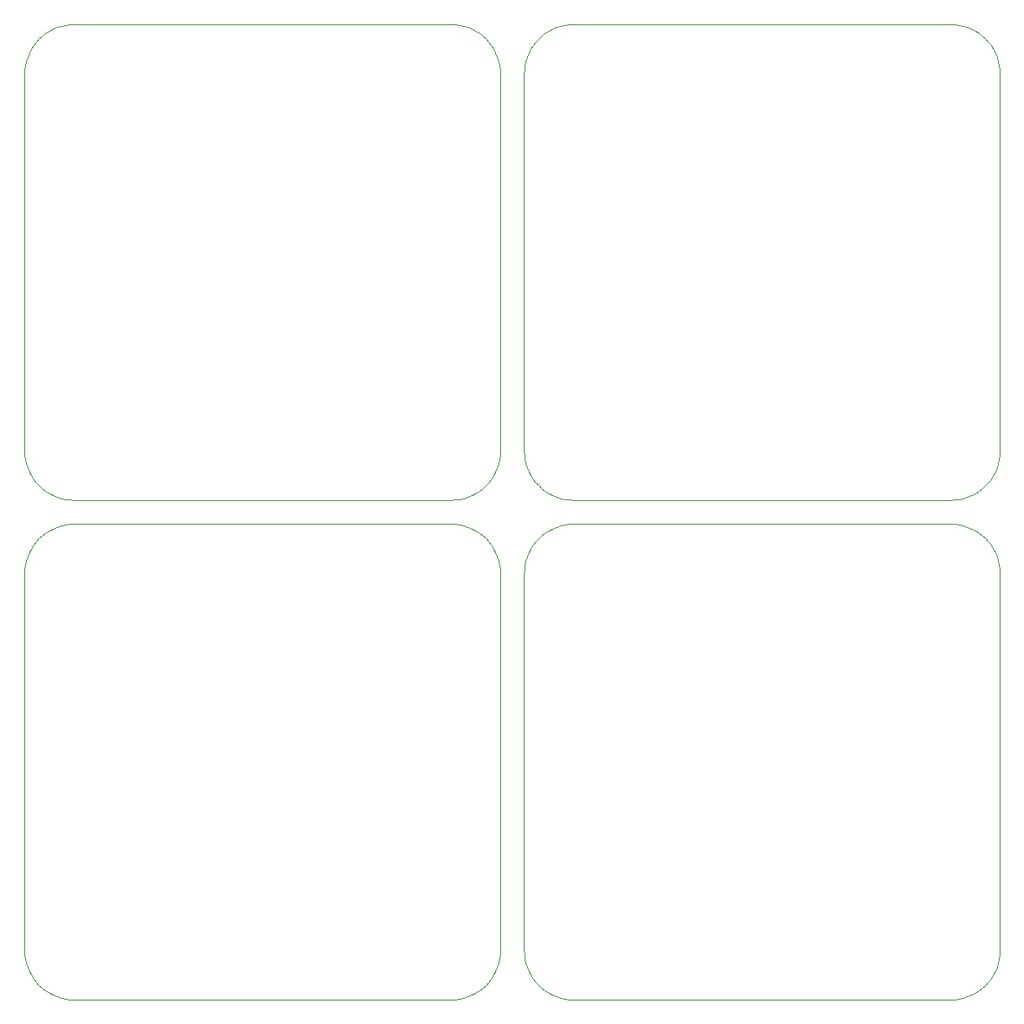
<source format=gko>
%MOIN*%
%OFA0B0*%
%FSLAX44Y44*%
%IPPOS*%
%LPD*%
%ADD10C,0*%
D10*
X00021811Y00019842D02*
X00021811Y00019842D01*
X00036771Y00019842D01*
X00036943Y00019850D01*
X00037113Y00019872D01*
X00037281Y00019909D01*
X00037444Y00019961D01*
X00037603Y00020026D01*
X00037755Y00020106D01*
X00037900Y00020198D01*
X00038036Y00020303D01*
X00038163Y00020419D01*
X00038279Y00020545D01*
X00038384Y00020681D01*
X00038476Y00020826D01*
X00038555Y00020979D01*
X00038621Y00021137D01*
X00038673Y00021301D01*
X00038710Y00021469D01*
X00038732Y00021639D01*
X00038740Y00021811D01*
X00038740Y00036771D01*
X00038732Y00036943D01*
X00038710Y00037113D01*
X00038673Y00037281D01*
X00038621Y00037444D01*
X00038555Y00037603D01*
X00038476Y00037755D01*
X00038384Y00037900D01*
X00038279Y00038036D01*
X00038163Y00038163D01*
X00038036Y00038279D01*
X00037900Y00038384D01*
X00037755Y00038476D01*
X00037603Y00038555D01*
X00037444Y00038621D01*
X00037281Y00038673D01*
X00037113Y00038710D01*
X00036943Y00038732D01*
X00036771Y00038740D01*
X00021811Y00038740D01*
X00021639Y00038732D01*
X00021469Y00038710D01*
X00021301Y00038673D01*
X00021137Y00038621D01*
X00020979Y00038555D01*
X00020826Y00038476D01*
X00020681Y00038384D01*
X00020545Y00038279D01*
X00020419Y00038163D01*
X00020303Y00038036D01*
X00020198Y00037900D01*
X00020106Y00037755D01*
X00020026Y00037603D01*
X00019961Y00037444D01*
X00019909Y00037281D01*
X00019872Y00037113D01*
X00019850Y00036943D01*
X00019842Y00036771D01*
X00019842Y00021811D01*
X00019850Y00021639D01*
X00019872Y00021469D01*
X00019909Y00021301D01*
X00019961Y00021137D01*
X00020026Y00020979D01*
X00020106Y00020826D01*
X00020198Y00020681D01*
X00020303Y00020545D01*
X00020419Y00020419D01*
X00020545Y00020303D01*
X00020681Y00020198D01*
X00020826Y00020106D01*
X00020979Y00020026D01*
X00021137Y00019961D01*
X00021301Y00019909D01*
X00021469Y00019872D01*
X00021639Y00019850D01*
X00021811Y00019842D01*
X00001968Y00019842D02*
X00001968Y00019842D01*
X00016929Y00019842D01*
X00017100Y00019850D01*
X00017270Y00019872D01*
X00017438Y00019909D01*
X00017602Y00019961D01*
X00017761Y00020026D01*
X00017913Y00020106D01*
X00018058Y00020198D01*
X00018194Y00020303D01*
X00018321Y00020419D01*
X00018437Y00020545D01*
X00018541Y00020681D01*
X00018633Y00020826D01*
X00018713Y00020979D01*
X00018778Y00021137D01*
X00018830Y00021301D01*
X00018867Y00021469D01*
X00018890Y00021639D01*
X00018897Y00021811D01*
X00018897Y00036771D01*
X00018890Y00036943D01*
X00018867Y00037113D01*
X00018830Y00037281D01*
X00018778Y00037444D01*
X00018713Y00037603D01*
X00018633Y00037755D01*
X00018541Y00037900D01*
X00018437Y00038036D01*
X00018321Y00038163D01*
X00018194Y00038279D01*
X00018058Y00038384D01*
X00017913Y00038476D01*
X00017761Y00038555D01*
X00017602Y00038621D01*
X00017438Y00038673D01*
X00017270Y00038710D01*
X00017100Y00038732D01*
X00016929Y00038740D01*
X00001968Y00038740D01*
X00001796Y00038732D01*
X00001626Y00038710D01*
X00001459Y00038673D01*
X00001295Y00038621D01*
X00001136Y00038555D01*
X00000984Y00038476D01*
X00000839Y00038384D01*
X00000703Y00038279D01*
X00000576Y00038163D01*
X00000460Y00038036D01*
X00000355Y00037900D01*
X00000263Y00037755D01*
X00000184Y00037603D01*
X00000118Y00037444D01*
X00000067Y00037281D01*
X00000029Y00037113D01*
X00000007Y00036943D01*
X00000000Y00036771D01*
X00000000Y00021811D01*
X00000007Y00021639D01*
X00000029Y00021469D01*
X00000067Y00021301D01*
X00000118Y00021137D01*
X00000184Y00020979D01*
X00000263Y00020826D01*
X00000355Y00020681D01*
X00000460Y00020545D01*
X00000576Y00020419D01*
X00000703Y00020303D01*
X00000839Y00020198D01*
X00000984Y00020106D01*
X00001136Y00020026D01*
X00001295Y00019961D01*
X00001459Y00019909D01*
X00001626Y00019872D01*
X00001796Y00019850D01*
X00001968Y00019842D01*
X00021811Y00000000D02*
X00021811Y00000000D01*
X00036771Y00000000D01*
X00036943Y00000007D01*
X00037113Y00000029D01*
X00037281Y00000067D01*
X00037444Y00000118D01*
X00037603Y00000184D01*
X00037755Y00000263D01*
X00037900Y00000356D01*
X00038036Y00000460D01*
X00038163Y00000576D01*
X00038279Y00000703D01*
X00038384Y00000839D01*
X00038476Y00000984D01*
X00038555Y00001136D01*
X00038621Y00001295D01*
X00038673Y00001459D01*
X00038710Y00001626D01*
X00038732Y00001796D01*
X00038740Y00001968D01*
X00038740Y00016929D01*
X00038732Y00017100D01*
X00038710Y00017270D01*
X00038673Y00017438D01*
X00038621Y00017602D01*
X00038555Y00017761D01*
X00038476Y00017913D01*
X00038384Y00018058D01*
X00038279Y00018194D01*
X00038163Y00018321D01*
X00038036Y00018437D01*
X00037900Y00018541D01*
X00037755Y00018633D01*
X00037603Y00018713D01*
X00037444Y00018778D01*
X00037281Y00018830D01*
X00037113Y00018867D01*
X00036943Y00018890D01*
X00036771Y00018897D01*
X00021811Y00018897D01*
X00021639Y00018890D01*
X00021469Y00018867D01*
X00021301Y00018830D01*
X00021137Y00018778D01*
X00020979Y00018713D01*
X00020826Y00018633D01*
X00020681Y00018541D01*
X00020545Y00018437D01*
X00020419Y00018321D01*
X00020303Y00018194D01*
X00020198Y00018058D01*
X00020106Y00017913D01*
X00020026Y00017761D01*
X00019961Y00017602D01*
X00019909Y00017438D01*
X00019872Y00017270D01*
X00019850Y00017100D01*
X00019842Y00016929D01*
X00019842Y00001968D01*
X00019850Y00001796D01*
X00019872Y00001626D01*
X00019909Y00001459D01*
X00019961Y00001295D01*
X00020026Y00001136D01*
X00020106Y00000984D01*
X00020198Y00000839D01*
X00020303Y00000703D01*
X00020419Y00000576D01*
X00020545Y00000460D01*
X00020681Y00000356D01*
X00020826Y00000263D01*
X00020979Y00000184D01*
X00021137Y00000118D01*
X00021301Y00000067D01*
X00021469Y00000029D01*
X00021639Y00000007D01*
X00021811Y00000000D01*
X00001968Y00000000D02*
X00001968Y00000000D01*
X00016929Y00000000D01*
X00017100Y00000007D01*
X00017270Y00000029D01*
X00017438Y00000067D01*
X00017602Y00000118D01*
X00017761Y00000184D01*
X00017913Y00000263D01*
X00018058Y00000356D01*
X00018194Y00000460D01*
X00018321Y00000576D01*
X00018437Y00000703D01*
X00018541Y00000839D01*
X00018633Y00000984D01*
X00018713Y00001136D01*
X00018778Y00001295D01*
X00018830Y00001459D01*
X00018867Y00001626D01*
X00018890Y00001796D01*
X00018897Y00001968D01*
X00018897Y00016929D01*
X00018890Y00017100D01*
X00018867Y00017270D01*
X00018830Y00017438D01*
X00018778Y00017602D01*
X00018713Y00017761D01*
X00018633Y00017913D01*
X00018541Y00018058D01*
X00018437Y00018194D01*
X00018321Y00018321D01*
X00018194Y00018437D01*
X00018058Y00018541D01*
X00017913Y00018633D01*
X00017761Y00018713D01*
X00017602Y00018778D01*
X00017438Y00018830D01*
X00017270Y00018867D01*
X00017100Y00018890D01*
X00016929Y00018897D01*
X00001968Y00018897D01*
X00001796Y00018890D01*
X00001626Y00018867D01*
X00001459Y00018830D01*
X00001295Y00018778D01*
X00001136Y00018713D01*
X00000984Y00018633D01*
X00000839Y00018541D01*
X00000703Y00018437D01*
X00000576Y00018321D01*
X00000460Y00018194D01*
X00000355Y00018058D01*
X00000263Y00017913D01*
X00000184Y00017761D01*
X00000118Y00017602D01*
X00000067Y00017438D01*
X00000029Y00017270D01*
X00000007Y00017100D01*
X00000000Y00016929D01*
X00000000Y00001968D01*
X00000007Y00001796D01*
X00000029Y00001626D01*
X00000067Y00001459D01*
X00000118Y00001295D01*
X00000184Y00001136D01*
X00000263Y00000984D01*
X00000355Y00000839D01*
X00000460Y00000703D01*
X00000576Y00000576D01*
X00000703Y00000460D01*
X00000839Y00000356D01*
X00000984Y00000263D01*
X00001136Y00000184D01*
X00001295Y00000118D01*
X00001459Y00000067D01*
X00001626Y00000029D01*
X00001796Y00000007D01*
X00001968Y00000000D01*
M02*
</source>
